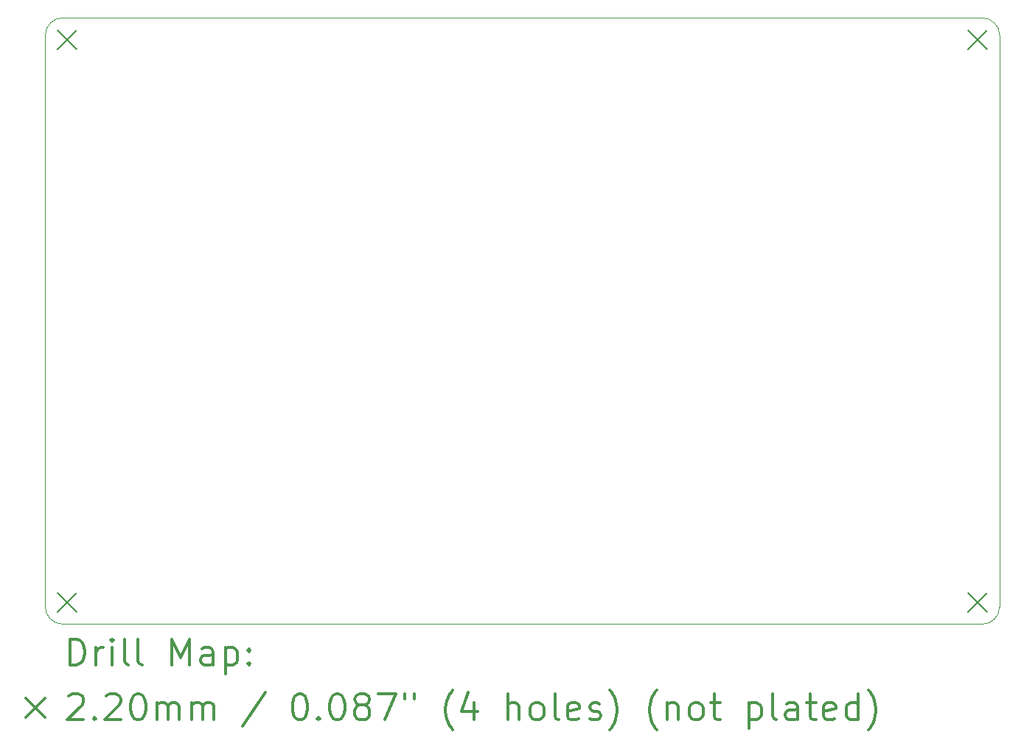
<source format=gbr>
%FSLAX45Y45*%
G04 Gerber Fmt 4.5, Leading zero omitted, Abs format (unit mm)*
G04 Created by KiCad (PCBNEW (5.1.9)-1) date 2021-05-26 09:14:38*
%MOMM*%
%LPD*%
G01*
G04 APERTURE LIST*
%TA.AperFunction,Profile*%
%ADD10C,0.100000*%
%TD*%
%ADD11C,0.200000*%
%ADD12C,0.300000*%
G04 APERTURE END LIST*
D10*
X17100000Y-3880000D02*
G75*
G02*
X17300000Y-4080000I0J-200000D01*
G01*
X17300000Y-10650000D02*
G75*
G02*
X17100000Y-10850000I-200000J0D01*
G01*
X6540000Y-10850000D02*
G75*
G02*
X6340000Y-10650000I0J200000D01*
G01*
X6340000Y-4080000D02*
X6340000Y-10650000D01*
X17100000Y-3880000D02*
X6540000Y-3880000D01*
X6340000Y-4080000D02*
G75*
G02*
X6540000Y-3880000I200000J0D01*
G01*
X17300000Y-10650000D02*
X17300000Y-4080000D01*
X6540000Y-10850000D02*
X17100000Y-10850000D01*
D11*
X6480000Y-4020000D02*
X6700000Y-4240000D01*
X6700000Y-4020000D02*
X6480000Y-4240000D01*
X6480000Y-10490000D02*
X6700000Y-10710000D01*
X6700000Y-10490000D02*
X6480000Y-10710000D01*
X16940000Y-4020000D02*
X17160000Y-4240000D01*
X17160000Y-4020000D02*
X16940000Y-4240000D01*
X16940000Y-10490000D02*
X17160000Y-10710000D01*
X17160000Y-10490000D02*
X16940000Y-10710000D01*
D12*
X6621428Y-11320714D02*
X6621428Y-11020714D01*
X6692857Y-11020714D01*
X6735714Y-11035000D01*
X6764286Y-11063572D01*
X6778571Y-11092143D01*
X6792857Y-11149286D01*
X6792857Y-11192143D01*
X6778571Y-11249286D01*
X6764286Y-11277857D01*
X6735714Y-11306429D01*
X6692857Y-11320714D01*
X6621428Y-11320714D01*
X6921428Y-11320714D02*
X6921428Y-11120714D01*
X6921428Y-11177857D02*
X6935714Y-11149286D01*
X6950000Y-11135000D01*
X6978571Y-11120714D01*
X7007143Y-11120714D01*
X7107143Y-11320714D02*
X7107143Y-11120714D01*
X7107143Y-11020714D02*
X7092857Y-11035000D01*
X7107143Y-11049286D01*
X7121428Y-11035000D01*
X7107143Y-11020714D01*
X7107143Y-11049286D01*
X7292857Y-11320714D02*
X7264286Y-11306429D01*
X7250000Y-11277857D01*
X7250000Y-11020714D01*
X7450000Y-11320714D02*
X7421428Y-11306429D01*
X7407143Y-11277857D01*
X7407143Y-11020714D01*
X7792857Y-11320714D02*
X7792857Y-11020714D01*
X7892857Y-11235000D01*
X7992857Y-11020714D01*
X7992857Y-11320714D01*
X8264286Y-11320714D02*
X8264286Y-11163572D01*
X8250000Y-11135000D01*
X8221428Y-11120714D01*
X8164286Y-11120714D01*
X8135714Y-11135000D01*
X8264286Y-11306429D02*
X8235714Y-11320714D01*
X8164286Y-11320714D01*
X8135714Y-11306429D01*
X8121428Y-11277857D01*
X8121428Y-11249286D01*
X8135714Y-11220714D01*
X8164286Y-11206429D01*
X8235714Y-11206429D01*
X8264286Y-11192143D01*
X8407143Y-11120714D02*
X8407143Y-11420714D01*
X8407143Y-11135000D02*
X8435714Y-11120714D01*
X8492857Y-11120714D01*
X8521428Y-11135000D01*
X8535714Y-11149286D01*
X8550000Y-11177857D01*
X8550000Y-11263571D01*
X8535714Y-11292143D01*
X8521428Y-11306429D01*
X8492857Y-11320714D01*
X8435714Y-11320714D01*
X8407143Y-11306429D01*
X8678571Y-11292143D02*
X8692857Y-11306429D01*
X8678571Y-11320714D01*
X8664286Y-11306429D01*
X8678571Y-11292143D01*
X8678571Y-11320714D01*
X8678571Y-11135000D02*
X8692857Y-11149286D01*
X8678571Y-11163572D01*
X8664286Y-11149286D01*
X8678571Y-11135000D01*
X8678571Y-11163572D01*
X6115000Y-11705000D02*
X6335000Y-11925000D01*
X6335000Y-11705000D02*
X6115000Y-11925000D01*
X6607143Y-11679286D02*
X6621428Y-11665000D01*
X6650000Y-11650714D01*
X6721428Y-11650714D01*
X6750000Y-11665000D01*
X6764286Y-11679286D01*
X6778571Y-11707857D01*
X6778571Y-11736429D01*
X6764286Y-11779286D01*
X6592857Y-11950714D01*
X6778571Y-11950714D01*
X6907143Y-11922143D02*
X6921428Y-11936429D01*
X6907143Y-11950714D01*
X6892857Y-11936429D01*
X6907143Y-11922143D01*
X6907143Y-11950714D01*
X7035714Y-11679286D02*
X7050000Y-11665000D01*
X7078571Y-11650714D01*
X7150000Y-11650714D01*
X7178571Y-11665000D01*
X7192857Y-11679286D01*
X7207143Y-11707857D01*
X7207143Y-11736429D01*
X7192857Y-11779286D01*
X7021428Y-11950714D01*
X7207143Y-11950714D01*
X7392857Y-11650714D02*
X7421428Y-11650714D01*
X7450000Y-11665000D01*
X7464286Y-11679286D01*
X7478571Y-11707857D01*
X7492857Y-11765000D01*
X7492857Y-11836429D01*
X7478571Y-11893571D01*
X7464286Y-11922143D01*
X7450000Y-11936429D01*
X7421428Y-11950714D01*
X7392857Y-11950714D01*
X7364286Y-11936429D01*
X7350000Y-11922143D01*
X7335714Y-11893571D01*
X7321428Y-11836429D01*
X7321428Y-11765000D01*
X7335714Y-11707857D01*
X7350000Y-11679286D01*
X7364286Y-11665000D01*
X7392857Y-11650714D01*
X7621428Y-11950714D02*
X7621428Y-11750714D01*
X7621428Y-11779286D02*
X7635714Y-11765000D01*
X7664286Y-11750714D01*
X7707143Y-11750714D01*
X7735714Y-11765000D01*
X7750000Y-11793571D01*
X7750000Y-11950714D01*
X7750000Y-11793571D02*
X7764286Y-11765000D01*
X7792857Y-11750714D01*
X7835714Y-11750714D01*
X7864286Y-11765000D01*
X7878571Y-11793571D01*
X7878571Y-11950714D01*
X8021428Y-11950714D02*
X8021428Y-11750714D01*
X8021428Y-11779286D02*
X8035714Y-11765000D01*
X8064286Y-11750714D01*
X8107143Y-11750714D01*
X8135714Y-11765000D01*
X8150000Y-11793571D01*
X8150000Y-11950714D01*
X8150000Y-11793571D02*
X8164286Y-11765000D01*
X8192857Y-11750714D01*
X8235714Y-11750714D01*
X8264286Y-11765000D01*
X8278571Y-11793571D01*
X8278571Y-11950714D01*
X8864286Y-11636429D02*
X8607143Y-12022143D01*
X9250000Y-11650714D02*
X9278571Y-11650714D01*
X9307143Y-11665000D01*
X9321428Y-11679286D01*
X9335714Y-11707857D01*
X9350000Y-11765000D01*
X9350000Y-11836429D01*
X9335714Y-11893571D01*
X9321428Y-11922143D01*
X9307143Y-11936429D01*
X9278571Y-11950714D01*
X9250000Y-11950714D01*
X9221428Y-11936429D01*
X9207143Y-11922143D01*
X9192857Y-11893571D01*
X9178571Y-11836429D01*
X9178571Y-11765000D01*
X9192857Y-11707857D01*
X9207143Y-11679286D01*
X9221428Y-11665000D01*
X9250000Y-11650714D01*
X9478571Y-11922143D02*
X9492857Y-11936429D01*
X9478571Y-11950714D01*
X9464286Y-11936429D01*
X9478571Y-11922143D01*
X9478571Y-11950714D01*
X9678571Y-11650714D02*
X9707143Y-11650714D01*
X9735714Y-11665000D01*
X9750000Y-11679286D01*
X9764286Y-11707857D01*
X9778571Y-11765000D01*
X9778571Y-11836429D01*
X9764286Y-11893571D01*
X9750000Y-11922143D01*
X9735714Y-11936429D01*
X9707143Y-11950714D01*
X9678571Y-11950714D01*
X9650000Y-11936429D01*
X9635714Y-11922143D01*
X9621428Y-11893571D01*
X9607143Y-11836429D01*
X9607143Y-11765000D01*
X9621428Y-11707857D01*
X9635714Y-11679286D01*
X9650000Y-11665000D01*
X9678571Y-11650714D01*
X9950000Y-11779286D02*
X9921428Y-11765000D01*
X9907143Y-11750714D01*
X9892857Y-11722143D01*
X9892857Y-11707857D01*
X9907143Y-11679286D01*
X9921428Y-11665000D01*
X9950000Y-11650714D01*
X10007143Y-11650714D01*
X10035714Y-11665000D01*
X10050000Y-11679286D01*
X10064286Y-11707857D01*
X10064286Y-11722143D01*
X10050000Y-11750714D01*
X10035714Y-11765000D01*
X10007143Y-11779286D01*
X9950000Y-11779286D01*
X9921428Y-11793571D01*
X9907143Y-11807857D01*
X9892857Y-11836429D01*
X9892857Y-11893571D01*
X9907143Y-11922143D01*
X9921428Y-11936429D01*
X9950000Y-11950714D01*
X10007143Y-11950714D01*
X10035714Y-11936429D01*
X10050000Y-11922143D01*
X10064286Y-11893571D01*
X10064286Y-11836429D01*
X10050000Y-11807857D01*
X10035714Y-11793571D01*
X10007143Y-11779286D01*
X10164286Y-11650714D02*
X10364286Y-11650714D01*
X10235714Y-11950714D01*
X10464286Y-11650714D02*
X10464286Y-11707857D01*
X10578571Y-11650714D02*
X10578571Y-11707857D01*
X11021428Y-12065000D02*
X11007143Y-12050714D01*
X10978571Y-12007857D01*
X10964286Y-11979286D01*
X10950000Y-11936429D01*
X10935714Y-11865000D01*
X10935714Y-11807857D01*
X10950000Y-11736429D01*
X10964286Y-11693571D01*
X10978571Y-11665000D01*
X11007143Y-11622143D01*
X11021428Y-11607857D01*
X11264286Y-11750714D02*
X11264286Y-11950714D01*
X11192857Y-11636429D02*
X11121428Y-11850714D01*
X11307143Y-11850714D01*
X11650000Y-11950714D02*
X11650000Y-11650714D01*
X11778571Y-11950714D02*
X11778571Y-11793571D01*
X11764286Y-11765000D01*
X11735714Y-11750714D01*
X11692857Y-11750714D01*
X11664286Y-11765000D01*
X11650000Y-11779286D01*
X11964286Y-11950714D02*
X11935714Y-11936429D01*
X11921428Y-11922143D01*
X11907143Y-11893571D01*
X11907143Y-11807857D01*
X11921428Y-11779286D01*
X11935714Y-11765000D01*
X11964286Y-11750714D01*
X12007143Y-11750714D01*
X12035714Y-11765000D01*
X12050000Y-11779286D01*
X12064286Y-11807857D01*
X12064286Y-11893571D01*
X12050000Y-11922143D01*
X12035714Y-11936429D01*
X12007143Y-11950714D01*
X11964286Y-11950714D01*
X12235714Y-11950714D02*
X12207143Y-11936429D01*
X12192857Y-11907857D01*
X12192857Y-11650714D01*
X12464286Y-11936429D02*
X12435714Y-11950714D01*
X12378571Y-11950714D01*
X12350000Y-11936429D01*
X12335714Y-11907857D01*
X12335714Y-11793571D01*
X12350000Y-11765000D01*
X12378571Y-11750714D01*
X12435714Y-11750714D01*
X12464286Y-11765000D01*
X12478571Y-11793571D01*
X12478571Y-11822143D01*
X12335714Y-11850714D01*
X12592857Y-11936429D02*
X12621428Y-11950714D01*
X12678571Y-11950714D01*
X12707143Y-11936429D01*
X12721428Y-11907857D01*
X12721428Y-11893571D01*
X12707143Y-11865000D01*
X12678571Y-11850714D01*
X12635714Y-11850714D01*
X12607143Y-11836429D01*
X12592857Y-11807857D01*
X12592857Y-11793571D01*
X12607143Y-11765000D01*
X12635714Y-11750714D01*
X12678571Y-11750714D01*
X12707143Y-11765000D01*
X12821428Y-12065000D02*
X12835714Y-12050714D01*
X12864286Y-12007857D01*
X12878571Y-11979286D01*
X12892857Y-11936429D01*
X12907143Y-11865000D01*
X12907143Y-11807857D01*
X12892857Y-11736429D01*
X12878571Y-11693571D01*
X12864286Y-11665000D01*
X12835714Y-11622143D01*
X12821428Y-11607857D01*
X13364286Y-12065000D02*
X13350000Y-12050714D01*
X13321428Y-12007857D01*
X13307143Y-11979286D01*
X13292857Y-11936429D01*
X13278571Y-11865000D01*
X13278571Y-11807857D01*
X13292857Y-11736429D01*
X13307143Y-11693571D01*
X13321428Y-11665000D01*
X13350000Y-11622143D01*
X13364286Y-11607857D01*
X13478571Y-11750714D02*
X13478571Y-11950714D01*
X13478571Y-11779286D02*
X13492857Y-11765000D01*
X13521428Y-11750714D01*
X13564286Y-11750714D01*
X13592857Y-11765000D01*
X13607143Y-11793571D01*
X13607143Y-11950714D01*
X13792857Y-11950714D02*
X13764286Y-11936429D01*
X13750000Y-11922143D01*
X13735714Y-11893571D01*
X13735714Y-11807857D01*
X13750000Y-11779286D01*
X13764286Y-11765000D01*
X13792857Y-11750714D01*
X13835714Y-11750714D01*
X13864286Y-11765000D01*
X13878571Y-11779286D01*
X13892857Y-11807857D01*
X13892857Y-11893571D01*
X13878571Y-11922143D01*
X13864286Y-11936429D01*
X13835714Y-11950714D01*
X13792857Y-11950714D01*
X13978571Y-11750714D02*
X14092857Y-11750714D01*
X14021428Y-11650714D02*
X14021428Y-11907857D01*
X14035714Y-11936429D01*
X14064286Y-11950714D01*
X14092857Y-11950714D01*
X14421428Y-11750714D02*
X14421428Y-12050714D01*
X14421428Y-11765000D02*
X14450000Y-11750714D01*
X14507143Y-11750714D01*
X14535714Y-11765000D01*
X14550000Y-11779286D01*
X14564286Y-11807857D01*
X14564286Y-11893571D01*
X14550000Y-11922143D01*
X14535714Y-11936429D01*
X14507143Y-11950714D01*
X14450000Y-11950714D01*
X14421428Y-11936429D01*
X14735714Y-11950714D02*
X14707143Y-11936429D01*
X14692857Y-11907857D01*
X14692857Y-11650714D01*
X14978571Y-11950714D02*
X14978571Y-11793571D01*
X14964286Y-11765000D01*
X14935714Y-11750714D01*
X14878571Y-11750714D01*
X14850000Y-11765000D01*
X14978571Y-11936429D02*
X14950000Y-11950714D01*
X14878571Y-11950714D01*
X14850000Y-11936429D01*
X14835714Y-11907857D01*
X14835714Y-11879286D01*
X14850000Y-11850714D01*
X14878571Y-11836429D01*
X14950000Y-11836429D01*
X14978571Y-11822143D01*
X15078571Y-11750714D02*
X15192857Y-11750714D01*
X15121428Y-11650714D02*
X15121428Y-11907857D01*
X15135714Y-11936429D01*
X15164286Y-11950714D01*
X15192857Y-11950714D01*
X15407143Y-11936429D02*
X15378571Y-11950714D01*
X15321428Y-11950714D01*
X15292857Y-11936429D01*
X15278571Y-11907857D01*
X15278571Y-11793571D01*
X15292857Y-11765000D01*
X15321428Y-11750714D01*
X15378571Y-11750714D01*
X15407143Y-11765000D01*
X15421428Y-11793571D01*
X15421428Y-11822143D01*
X15278571Y-11850714D01*
X15678571Y-11950714D02*
X15678571Y-11650714D01*
X15678571Y-11936429D02*
X15650000Y-11950714D01*
X15592857Y-11950714D01*
X15564286Y-11936429D01*
X15550000Y-11922143D01*
X15535714Y-11893571D01*
X15535714Y-11807857D01*
X15550000Y-11779286D01*
X15564286Y-11765000D01*
X15592857Y-11750714D01*
X15650000Y-11750714D01*
X15678571Y-11765000D01*
X15792857Y-12065000D02*
X15807143Y-12050714D01*
X15835714Y-12007857D01*
X15850000Y-11979286D01*
X15864286Y-11936429D01*
X15878571Y-11865000D01*
X15878571Y-11807857D01*
X15864286Y-11736429D01*
X15850000Y-11693571D01*
X15835714Y-11665000D01*
X15807143Y-11622143D01*
X15792857Y-11607857D01*
M02*

</source>
